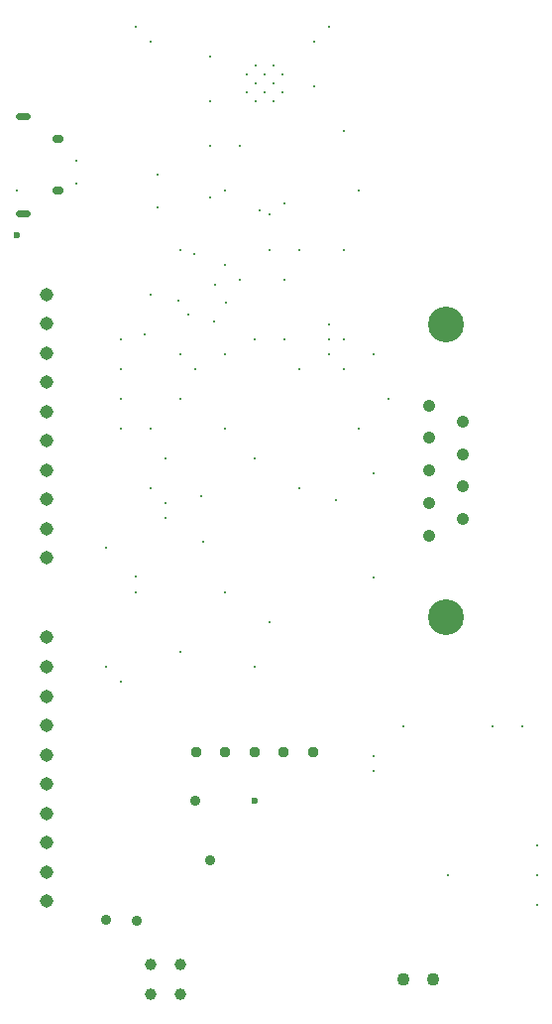
<source format=gbr>
%TF.GenerationSoftware,KiCad,Pcbnew,8.0.5*%
%TF.CreationDate,2024-10-10T20:45:18-06:00*%
%TF.ProjectId,PancakeCNCPCB,50616e63-616b-4654-934e-435043422e6b,rev?*%
%TF.SameCoordinates,Original*%
%TF.FileFunction,Plated,1,4,PTH,Mixed*%
%TF.FilePolarity,Positive*%
%FSLAX46Y46*%
G04 Gerber Fmt 4.6, Leading zero omitted, Abs format (unit mm)*
G04 Created by KiCad (PCBNEW 8.0.5) date 2024-10-10 20:45:18*
%MOMM*%
%LPD*%
G01*
G04 APERTURE LIST*
%TA.AperFunction,ViaDrill*%
%ADD10C,0.300000*%
%TD*%
%TA.AperFunction,ComponentDrill*%
%ADD11C,0.300000*%
%TD*%
%TA.AperFunction,ViaDrill*%
%ADD12C,0.600000*%
%TD*%
G04 aperture for slot hole*
%TA.AperFunction,ComponentDrill*%
%ADD13C,0.600000*%
%TD*%
G04 aperture for slot hole*
%TA.AperFunction,ComponentDrill*%
%ADD14C,0.650000*%
%TD*%
%TA.AperFunction,ViaDrill*%
%ADD15C,0.900000*%
%TD*%
%TA.AperFunction,ComponentDrill*%
%ADD16C,0.950000*%
%TD*%
%TA.AperFunction,ComponentDrill*%
%ADD17C,1.000000*%
%TD*%
%TA.AperFunction,ComponentDrill*%
%ADD18C,1.050000*%
%TD*%
%TA.AperFunction,ComponentDrill*%
%ADD19C,1.100000*%
%TD*%
%TA.AperFunction,ComponentDrill*%
%ADD20C,1.143000*%
%TD*%
%TA.AperFunction,ComponentDrill*%
%ADD21C,3.050000*%
%TD*%
G04 APERTURE END LIST*
D10*
X30460000Y-62430000D03*
X35540000Y-59890000D03*
X35540000Y-61895000D03*
X38080000Y-92910000D03*
X38080000Y-103070000D03*
X39350000Y-75130000D03*
X39350000Y-77670000D03*
X39350000Y-80210000D03*
X39350000Y-82750000D03*
X39350000Y-104340000D03*
X40620000Y-48460000D03*
X40620000Y-96720000D03*
X40630243Y-95439756D03*
X41410616Y-74760854D03*
X41890000Y-49730000D03*
X41890000Y-71320000D03*
X41890000Y-82750000D03*
X41890000Y-87830000D03*
X42490000Y-61096857D03*
X42490000Y-63935834D03*
X43160000Y-85290000D03*
X43160000Y-89100000D03*
X43160000Y-90370000D03*
X44272510Y-71898961D03*
X44430000Y-67510000D03*
X44430000Y-76400000D03*
X44430000Y-80210000D03*
X44430000Y-101800000D03*
X45123909Y-73018016D03*
X45630000Y-67908446D03*
X45700000Y-77670000D03*
X46235542Y-88563124D03*
X46386762Y-92430021D03*
X46970000Y-51000000D03*
X46970000Y-54810000D03*
X46970000Y-58620000D03*
X46970000Y-63030000D03*
X47300000Y-73646471D03*
X47394265Y-70474265D03*
X48240000Y-62430000D03*
X48240000Y-68780000D03*
X48240000Y-76400000D03*
X48240000Y-82750000D03*
X48240000Y-96720000D03*
X48364265Y-72044265D03*
X49510000Y-58620000D03*
X49510000Y-70050000D03*
X50780000Y-75130000D03*
X50780000Y-85290000D03*
X50780000Y-103070000D03*
X51233620Y-64176418D03*
X52050000Y-64499998D03*
X52050000Y-67510000D03*
X52050000Y-99260000D03*
X53308185Y-63576418D03*
X53320000Y-70050000D03*
X53320000Y-75130000D03*
X54590000Y-67510000D03*
X54590000Y-77670000D03*
X54590000Y-87830000D03*
X55860000Y-49730000D03*
X55860000Y-53540000D03*
X57130000Y-48460000D03*
X57130000Y-73860000D03*
X57130000Y-75130000D03*
X57130000Y-76400000D03*
X57730000Y-88870389D03*
X58400000Y-57350000D03*
X58400000Y-67510000D03*
X58400000Y-75130000D03*
X58400000Y-77670000D03*
X59670000Y-62430000D03*
X59670000Y-82750000D03*
X60940000Y-76400000D03*
X60940000Y-86560000D03*
X60940000Y-95450000D03*
X60940000Y-110690000D03*
X60940000Y-111960000D03*
X62210000Y-80210000D03*
X63480000Y-108230000D03*
X67290000Y-120850000D03*
X71100000Y-108150000D03*
X73640000Y-108150000D03*
X74910000Y-118310000D03*
X74910000Y-120850000D03*
X74910000Y-123390000D03*
D11*
%TO.C,U2*%
X50140000Y-52590000D03*
X50140000Y-54090000D03*
X50890000Y-51840000D03*
X50890000Y-53340000D03*
X50890000Y-54840000D03*
X51640000Y-52590000D03*
X51640000Y-54090000D03*
X52390000Y-51840000D03*
X52390000Y-53340000D03*
X52390000Y-54840000D03*
X53140000Y-52590000D03*
X53140000Y-54090000D03*
%TD*%
D12*
X30460000Y-66240000D03*
X50780000Y-114500000D03*
D13*
%TO.C,J1*%
X30650000Y-56080000D02*
X31350000Y-56080000D01*
X30650000Y-64430000D02*
X31350000Y-64430000D01*
D14*
X33900000Y-58030000D02*
X34100000Y-58030000D01*
X33900000Y-62480000D02*
X34100000Y-62480000D01*
%TD*%
D15*
X38080000Y-124660000D03*
X40728859Y-124768859D03*
X45700000Y-114500000D03*
X46970000Y-119580000D03*
D16*
%TO.C,J6*%
X45780000Y-110390000D03*
X48280000Y-110390000D03*
X50780000Y-110390000D03*
X53280000Y-110390000D03*
X55780000Y-110390000D03*
D17*
%TO.C,J7*%
X41890000Y-128470000D03*
X41890000Y-131010000D03*
X44430000Y-128470000D03*
X44430000Y-131010000D03*
D18*
%TO.C,J2*%
X65727500Y-80815000D03*
X65727500Y-83585000D03*
X65727500Y-86355000D03*
X65727500Y-89125000D03*
X65727500Y-91895000D03*
X68567500Y-82200000D03*
X68567500Y-84970000D03*
X68567500Y-87740000D03*
X68567500Y-90510000D03*
D19*
%TO.C,J3*%
X63480000Y-129740000D03*
X66020000Y-129740000D03*
D20*
%TO.C,J4*%
X33000000Y-71320000D03*
X33000000Y-73820000D03*
X33000000Y-76320000D03*
X33000000Y-78820000D03*
X33000000Y-81320000D03*
X33000000Y-83820000D03*
X33000000Y-86320000D03*
X33000000Y-88820000D03*
X33000000Y-91320000D03*
X33000000Y-93820000D03*
%TO.C,J5*%
X33000000Y-100610000D03*
X33000000Y-103110000D03*
X33000000Y-105610000D03*
X33000000Y-108110000D03*
X33000000Y-110610000D03*
X33000000Y-113110000D03*
X33000000Y-115610000D03*
X33000000Y-118110000D03*
X33000000Y-120610000D03*
X33000000Y-123110000D03*
D21*
%TO.C,J2*%
X67147500Y-73860000D03*
X67147500Y-98850000D03*
M02*

</source>
